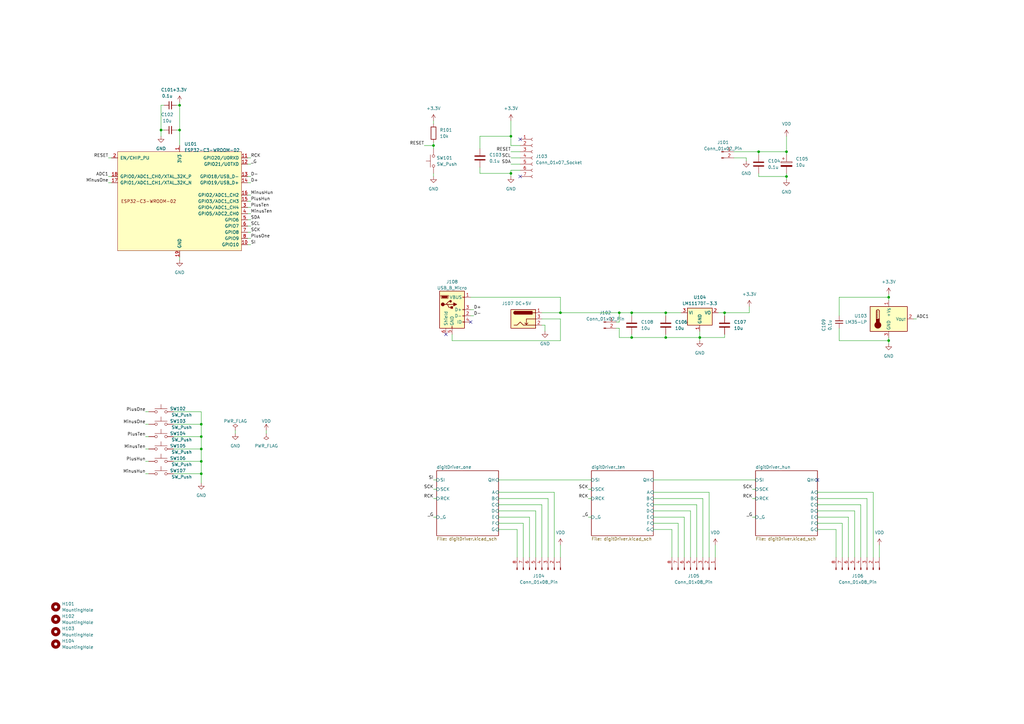
<source format=kicad_sch>
(kicad_sch (version 20230121) (generator eeschema)
  (paper "A3")
  (lib_symbols
    (symbol "Connector:Barrel_Jack_Switch" (pin_names hide)
      (property "Reference" "J" (at 0 5.334 0))
      (property "Value" "Barrel_Jack_Switch" (at 0 -5.08 0))
      (symbol "Barrel_Jack_Switch_0_1"
        (rectangle (start -5.08 3.81) (end 5.08 -3.81) (stroke (width 0.254)) (fill (type background)))
        (arc (start -3.302 3.175) (mid -3.9343 2.54) (end -3.302 1.905) (stroke (width 0.254)))
        (arc (start -3.302 3.175) (mid -3.9343 2.54) (end -3.302 1.905) (stroke (width 0.254)) (fill (type outline)))
        (polyline (pts (xy 1.27 -2.286) (xy 1.905 -1.651)) (stroke (width 0.254)))
        (polyline (pts (xy 5.08 2.54) (xy 3.81 2.54)) (stroke (width 0.254)))
        (polyline (pts (xy 5.08 0) (xy 1.27 0) (xy 1.27 -2.286) (xy 0.635 -1.651)) (stroke (width 0.254)))
        (polyline (pts (xy -3.81 -2.54) (xy -2.54 -2.54) (xy -1.27 -1.27) (xy 0 -2.54) (xy 2.54 -2.54) (xy 5.08 -2.54)) (stroke (width 0.254)))
        (rectangle (start 3.683 3.175) (end -3.302 1.905) (stroke (width 0.254)) (fill (type outline)))
      )
      (symbol "Barrel_Jack_Switch_1_1"
        (pin passive line (at 7.62 2.54 180) (length 2.54) (name "~") (number "1"))
        (pin passive line (at 7.62 -2.54 180) (length 2.54) (name "~") (number "2"))
        (pin passive line (at 7.62 0 180) (length 2.54) (name "~") (number "3"))
      )
    )
    (symbol "Connector:Conn_01x02_Pin" (pin_names (offset 1.016) hide)
      (property "Reference" "J" (at 0 2.54 0))
      (property "Value" "Conn_01x02_Pin" (at 0 -5.08 0))
      (symbol "Conn_01x02_Pin_1_1"
        (polyline (pts (xy 1.27 -2.54) (xy 0.8636 -2.54)) (stroke (width 0.1524)))
        (polyline (pts (xy 1.27 0) (xy 0.8636 0)) (stroke (width 0.1524)))
        (rectangle (start 0.8636 -2.413) (end 0 -2.667) (stroke (width 0.1524)) (fill (type outline)))
        (rectangle (start 0.8636 0.127) (end 0 -0.127) (stroke (width 0.1524)) (fill (type outline)))
        (pin passive line (at 5.08 0 180) (length 3.81) (name "Pin_1") (number "1"))
        (pin passive line (at 5.08 -2.54 180) (length 3.81) (name "Pin_2") (number "2"))
      )
    )
    (symbol "Connector:Conn_01x07_Socket" (pin_names (offset 1.016) hide)
      (property "Reference" "J" (at 0 10.16 0))
      (property "Value" "Conn_01x07_Socket" (at 0 -10.16 0))
      (symbol "Conn_01x07_Socket_1_1"
        (arc (start 0 -7.112) (mid -0.5058 -7.62) (end 0 -8.128) (stroke (width 0.1524)))
        (arc (start 0 -4.572) (mid -0.5058 -5.08) (end 0 -5.588) (stroke (width 0.1524)))
        (arc (start 0 -2.032) (mid -0.5058 -2.54) (end 0 -3.048) (stroke (width 0.1524)))
        (polyline (pts (xy -1.27 -7.62) (xy -0.508 -7.62)) (stroke (width 0.1524)))
        (polyline (pts (xy -1.27 -5.08) (xy -0.508 -5.08)) (stroke (width 0.1524)))
        (polyline (pts (xy -1.27 -2.54) (xy -0.508 -2.54)) (stroke (width 0.1524)))
        (polyline (pts (xy -1.27 0) (xy -0.508 0)) (stroke (width 0.1524)))
        (polyline (pts (xy -1.27 2.54) (xy -0.508 2.54)) (stroke (width 0.1524)))
        (polyline (pts (xy -1.27 5.08) (xy -0.508 5.08)) (stroke (width 0.1524)))
        (polyline (pts (xy -1.27 7.62) (xy -0.508 7.62)) (stroke (width 0.1524)))
        (arc (start 0 0.508) (mid -0.5058 0) (end 0 -0.508) (stroke (width 0.1524)))
        (arc (start 0 3.048) (mid -0.5058 2.54) (end 0 2.032) (stroke (width 0.1524)))
        (arc (start 0 5.588) (mid -0.5058 5.08) (end 0 4.572) (stroke (width 0.1524)))
        (arc (start 0 8.128) (mid -0.5058 7.62) (end 0 7.112) (stroke (width 0.1524)))
        (pin passive line (at -5.08 7.62 0) (length 3.81) (name "Pin_1") (number "1"))
        (pin passive line (at -5.08 5.08 0) (length 3.81) (name "Pin_2") (number "2"))
        (pin passive line (at -5.08 2.54 0) (length 3.81) (name "Pin_3") (number "3"))
        (pin passive line (at -5.08 0 0) (length 3.81) (name "Pin_4") (number "4"))
        (pin passive line (at -5.08 -2.54 0) (length 3.81) (name "Pin_5") (number "5"))
        (pin passive line (at -5.08 -5.08 0) (length 3.81) (name "Pin_6") (number "6"))
        (pin passive line (at -5.08 -7.62 0) (length 3.81) (name "Pin_7") (number "7"))
      )
    )
    (symbol "Connector:Conn_01x08_Pin" (pin_names (offset 1.016) hide)
      (property "Reference" "J" (at 0 10.16 0))
      (property "Value" "Conn_01x08_Pin" (at 0 -12.7 0))
      (symbol "Conn_01x08_Pin_1_1"
        (polyline (pts (xy 1.27 -10.16) (xy 0.8636 -10.16)) (stroke (width 0.1524)))
        (polyline (pts (xy 1.27 -7.62) (xy 0.8636 -7.62)) (stroke (width 0.1524)))
        (polyline (pts (xy 1.27 -5.08) (xy 0.8636 -5.08)) (stroke (width 0.1524)))
        (polyline (pts (xy 1.27 -2.54) (xy 0.8636 -2.54)) (stroke (width 0.1524)))
        (polyline (pts (xy 1.27 0) (xy 0.8636 0)) (stroke (width 0.1524)))
        (polyline (pts (xy 1.27 2.54) (xy 0.8636 2.54)) (stroke (width 0.1524)))
        (polyline (pts (xy 1.27 5.08) (xy 0.8636 5.08)) (stroke (width 0.1524)))
        (polyline (pts (xy 1.27 7.62) (xy 0.8636 7.62)) (stroke (width 0.1524)))
        (rectangle (start 0.8636 -10.033) (end 0 -10.287) (stroke (width 0.1524)) (fill (type outline)))
        (rectangle (start 0.8636 -7.493) (end 0 -7.747) (stroke (width 0.1524)) (fill (type outline)))
        (rectangle (start 0.8636 -4.953) (end 0 -5.207) (stroke (width 0.1524)) (fill (type outline)))
        (rectangle (start 0.8636 -2.413) (end 0 -2.667) (stroke (width 0.1524)) (fill (type outline)))
        (rectangle (start 0.8636 0.127) (end 0 -0.127) (stroke (width 0.1524)) (fill (type outline)))
        (rectangle (start 0.8636 2.667) (end 0 2.413) (stroke (width 0.1524)) (fill (type outline)))
        (rectangle (start 0.8636 5.207) (end 0 4.953) (stroke (width 0.1524)) (fill (type outline)))
        (rectangle (start 0.8636 7.747) (end 0 7.493) (stroke (width 0.1524)) (fill (type outline)))
        (pin passive line (at 5.08 7.62 180) (length 3.81) (name "Pin_1") (number "1"))
        (pin passive line (at 5.08 5.08 180) (length 3.81) (name "Pin_2") (number "2"))
        (pin passive line (at 5.08 2.54 180) (length 3.81) (name "Pin_3") (number "3"))
        (pin passive line (at 5.08 0 180) (length 3.81) (name "Pin_4") (number "4"))
        (pin passive line (at 5.08 -2.54 180) (length 3.81) (name "Pin_5") (number "5"))
        (pin passive line (at 5.08 -5.08 180) (length 3.81) (name "Pin_6") (number "6"))
        (pin passive line (at 5.08 -7.62 180) (length 3.81) (name "Pin_7") (number "7"))
        (pin passive line (at 5.08 -10.16 180) (length 3.81) (name "Pin_8") (number "8"))
      )
    )
    (symbol "Connector:USB_B_Micro" (pin_names (offset 1.016))
      (property "Reference" "J" (at -5.08 11.43 0))
      (property "Value" "USB_B_Micro" (at -5.08 8.89 0))
      (symbol "USB_B_Micro_0_1"
        (rectangle (start -5.08 -7.62) (end 5.08 7.62) (stroke (width 0.254)) (fill (type background)))
        (circle (center -3.81 2.159) (radius 0.635) (stroke (width 0.254)) (fill (type outline)))
        (circle (center -0.635 3.429) (radius 0.381) (stroke (width 0.254)) (fill (type outline)))
        (rectangle (start -0.127 -7.62) (end 0.127 -6.858))
        (polyline (pts (xy -1.905 2.159) (xy 0.635 2.159)) (stroke (width 0.254)))
        (polyline (pts (xy -3.175 2.159) (xy -2.54 2.159) (xy -1.27 3.429) (xy -0.635 3.429)) (stroke (width 0.254)))
        (polyline (pts (xy -2.54 2.159) (xy -1.905 2.159) (xy -1.27 0.889) (xy 0 0.889)) (stroke (width 0.254)))
        (polyline (pts (xy 0.635 2.794) (xy 0.635 1.524) (xy 1.905 2.159) (xy 0.635 2.794)) (stroke (width 0.254)) (fill (type outline)))
        (polyline (pts (xy -4.318 5.588) (xy -1.778 5.588) (xy -2.032 4.826) (xy -4.064 4.826) (xy -4.318 5.588)) (fill (type outline)))
        (polyline (pts (xy -4.699 5.842) (xy -4.699 5.588) (xy -4.445 4.826) (xy -4.445 4.572) (xy -1.651 4.572) (xy -1.651 4.826) (xy -1.397 5.588) (xy -1.397 5.842) (xy -4.699 5.842)))
        (rectangle (start 0.254 1.27) (end -0.508 0.508) (stroke (width 0.254)) (fill (type outline)))
        (rectangle (start 5.08 -5.207) (end 4.318 -4.953))
        (rectangle (start 5.08 -2.667) (end 4.318 -2.413))
        (rectangle (start 5.08 -0.127) (end 4.318 0.127))
        (rectangle (start 5.08 4.953) (end 4.318 5.207))
      )
      (symbol "USB_B_Micro_1_1"
        (pin power_out line (at 7.62 5.08 180) (length 2.54) (name "VBUS") (number "1"))
        (pin bidirectional line (at 7.62 -2.54 180) (length 2.54) (name "D-") (number "2"))
        (pin bidirectional line (at 7.62 0 180) (length 2.54) (name "D+") (number "3"))
        (pin passive line (at 7.62 -5.08 180) (length 2.54) (name "ID") (number "4"))
        (pin power_out line (at 0 -10.16 90) (length 2.54) (name "GND") (number "5"))
        (pin passive line (at -2.54 -10.16 90) (length 2.54) (name "Shield") (number "6"))
      )
    )
    (symbol "Device:C" (pin_numbers hide) (pin_names (offset 0.254))
      (property "Reference" "C" (at 0.635 2.54 0))
      (property "Value" "C" (at 0.635 -2.54 0))
      (symbol "C_0_1"
        (polyline (pts (xy -2.032 -0.762) (xy 2.032 -0.762)) (stroke (width 0.508)))
        (polyline (pts (xy -2.032 0.762) (xy 2.032 0.762)) (stroke (width 0.508)))
      )
      (symbol "C_1_1"
        (pin passive line (at 0 3.81 270) (length 2.794) (name "~") (number "1"))
        (pin passive line (at 0 -3.81 90) (length 2.794) (name "~") (number "2"))
      )
    )
    (symbol "Device:C_Polarized" (pin_numbers hide) (pin_names (offset 0.254))
      (property "Reference" "C" (at 0.635 2.54 0))
      (property "Value" "C_Polarized" (at 0.635 -2.54 0))
      (symbol "C_Polarized_0_1"
        (rectangle (start -2.286 0.508) (end 2.286 1.016))
        (polyline (pts (xy -1.778 2.286) (xy -0.762 2.286)))
        (polyline (pts (xy -1.27 2.794) (xy -1.27 1.778)))
        (rectangle (start 2.286 -0.508) (end -2.286 -1.016) (fill (type outline)))
      )
      (symbol "C_Polarized_1_1"
        (pin passive line (at 0 3.81 270) (length 2.794) (name "~") (number "1"))
        (pin passive line (at 0 -3.81 90) (length 2.794) (name "~") (number "2"))
      )
    )
    (symbol "Device:C_Small" (pin_numbers hide) (pin_names (offset 0.254) hide)
      (property "Reference" "C" (at 0.254 1.778 0))
      (property "Value" "C_Small" (at 0.254 -2.032 0))
      (symbol "C_Small_0_1"
        (polyline (pts (xy -1.524 -0.508) (xy 1.524 -0.508)) (stroke (width 0.3302)))
        (polyline (pts (xy -1.524 0.508) (xy 1.524 0.508)) (stroke (width 0.3048)))
      )
      (symbol "C_Small_1_1"
        (pin passive line (at 0 2.54 270) (length 2.032) (name "~") (number "1"))
        (pin passive line (at 0 -2.54 90) (length 2.032) (name "~") (number "2"))
      )
    )
    (symbol "Device:R" (pin_numbers hide) (pin_names (offset 0))
      (property "Reference" "R" (at 2.032 0 90))
      (property "Value" "R" (at 0 0 90))
      (symbol "R_0_1"
        (rectangle (start -1.016 -2.54) (end 1.016 2.54) (stroke (width 0.254)))
      )
      (symbol "R_1_1"
        (pin passive line (at 0 3.81 270) (length 1.27) (name "~") (number "1"))
        (pin passive line (at 0 -3.81 90) (length 1.27) (name "~") (number "2"))
      )
    )
    (symbol "Espressif:ESP32-C3-WROOM-02" (pin_names (offset 1.016))
      (property "Reference" "U" (at -25.4 25.4 0))
      (property "Value" "ESP32-C3-WROOM-02" (at -25.4 22.86 0))
      (symbol "ESP32-C3-WROOM-02_0_0"
        (text "ESP32-C3-WROOM-02" (at -12.7 0 0) (effects (font (size 1.27 1.27))))
      )
      (symbol "ESP32-C3-WROOM-02_0_1"
        (rectangle (start 25.4 20.32) (end -25.4 -20.32) (fill (type background)))
      )
      (symbol "ESP32-C3-WROOM-02_1_1"
        (pin power_in line (at 0 22.86 270) (length 2.54) (name "3V3") (number "1"))
        (pin bidirectional line (at 27.94 -17.78 180) (length 2.54) (name "GPIO10") (number "10"))
        (pin bidirectional line (at 27.94 17.78 180) (length 2.54) (name "GPIO20/U0RXD") (number "11"))
        (pin bidirectional line (at 27.94 15.24 180) (length 2.54) (name "GPIO21/U0TXD") (number "12"))
        (pin bidirectional line (at 27.94 10.16 180) (length 2.54) (name "GPIO18/USB_D-") (number "13"))
        (pin bidirectional line (at 27.94 7.62 180) (length 2.54) (name "GPIO19/USB_D+") (number "14"))
        (pin bidirectional line (at 27.94 0 180) (length 2.54) (name "GPIO3/ADC1_CH3") (number "15"))
        (pin bidirectional line (at 27.94 2.54 180) (length 2.54) (name "GPIO2/ADC1_CH2") (number "16"))
        (pin bidirectional line (at -27.94 7.62 0) (length 2.54) (name "GPIO1/ADC1_CH1/XTAL_32K_N") (number "17"))
        (pin bidirectional line (at -27.94 10.16 0) (length 2.54) (name "GPIO0/ADC1_CH0/XTAL_32K_P") (number "18"))
        (pin power_in line (at 0 -22.86 90) (length 2.54) (name "GND") (number "19"))
        (pin input line (at -27.94 17.78 0) (length 2.54) (name "EN/CHIP_PU") (number "2"))
        (pin bidirectional line (at 27.94 -2.54 180) (length 2.54) (name "GPIO4/ADC1_CH4") (number "3"))
        (pin bidirectional line (at 27.94 -5.08 180) (length 2.54) (name "GPIO5/ADC2_CH0") (number "4"))
        (pin bidirectional line (at 27.94 -7.62 180) (length 2.54) (name "GPIO6") (number "5"))
        (pin bidirectional line (at 27.94 -10.16 180) (length 2.54) (name "GPIO7") (number "6"))
        (pin bidirectional line (at 27.94 -12.7 180) (length 2.54) (name "GPIO8") (number "7"))
        (pin bidirectional line (at 27.94 -15.24 180) (length 2.54) (name "GPIO9") (number "8"))
        (pin passive line (at 0 -22.86 90) (length 2.54) hide (name "GND") (number "9"))
      )
    )
    (symbol "Mechanical:MountingHole" (pin_names (offset 1.016))
      (property "Reference" "H" (at 0 5.08 0))
      (property "Value" "MountingHole" (at 0 3.175 0))
      (symbol "MountingHole_0_1"
        (circle (center 0 0) (radius 1.27) (stroke (width 1.27)))
      )
    )
    (symbol "Regulator_Linear:LM1117DT-3.3"
      (property "Reference" "U" (at -3.81 3.175 0))
      (property "Value" "LM1117DT-3.3" (at 0 3.175 0))
      (symbol "LM1117DT-3.3_0_1"
        (rectangle (start -5.08 -5.08) (end 5.08 1.905) (stroke (width 0.254)) (fill (type background)))
      )
      (symbol "LM1117DT-3.3_1_1"
        (pin power_in line (at 0 -7.62 90) (length 2.54) (name "GND") (number "1"))
        (pin power_out line (at 7.62 0 180) (length 2.54) (name "VO") (number "2"))
        (pin power_in line (at -7.62 0 0) (length 2.54) (name "VI") (number "3"))
      )
    )
    (symbol "Sensor_Temperature:LM35-LP"
      (property "Reference" "U" (at -6.35 6.35 0))
      (property "Value" "LM35-LP" (at 1.27 6.35 0))
      (symbol "LM35-LP_0_1"
        (rectangle (start -7.62 5.08) (end 7.62 -5.08) (stroke (width 0.254)) (fill (type background)))
        (circle (center -4.445 -2.54) (radius 1.27) (stroke (width 0.254)) (fill (type outline)))
        (rectangle (start -3.81 -1.905) (end -5.08 0) (stroke (width 0.254)) (fill (type outline)))
        (arc (start -3.81 3.175) (mid -4.445 3.8073) (end -5.08 3.175) (stroke (width 0.254)))
        (polyline (pts (xy -5.08 0.635) (xy -4.445 0.635)) (stroke (width 0.254)))
        (polyline (pts (xy -5.08 1.27) (xy -4.445 1.27)) (stroke (width 0.254)))
        (polyline (pts (xy -5.08 1.905) (xy -4.445 1.905)) (stroke (width 0.254)))
        (polyline (pts (xy -5.08 2.54) (xy -4.445 2.54)) (stroke (width 0.254)))
        (polyline (pts (xy -5.08 3.175) (xy -5.08 0)) (stroke (width 0.254)))
        (polyline (pts (xy -5.08 3.175) (xy -4.445 3.175)) (stroke (width 0.254)))
        (polyline (pts (xy -3.81 3.175) (xy -3.81 0)) (stroke (width 0.254)))
      )
      (symbol "LM35-LP_1_1"
        (pin power_in line (at 0 7.62 270) (length 2.54) (name "+V_{S}") (number "1"))
        (pin output line (at 10.16 0 180) (length 2.54) (name "V_{OUT}") (number "2"))
        (pin power_in line (at 0 -7.62 90) (length 2.54) (name "GND") (number "3"))
      )
    )
    (symbol "Switch:SW_Push" (pin_numbers hide) (pin_names (offset 1.016) hide)
      (property "Reference" "SW" (at 1.27 2.54 0))
      (property "Value" "SW_Push" (at 0 -1.524 0))
      (symbol "SW_Push_0_1"
        (circle (center -2.032 0) (radius 0.508))
        (polyline (pts (xy 0 1.27) (xy 0 3.048)))
        (polyline (pts (xy 2.54 1.27) (xy -2.54 1.27)))
        (circle (center 2.032 0) (radius 0.508))
        (pin passive line (at -5.08 0 0) (length 2.54) (name "1") (number "1"))
        (pin passive line (at 5.08 0 180) (length 2.54) (name "2") (number "2"))
      )
    )
    (symbol "power:+3.3V" (power) (pin_names (offset 0))
      (property "Value" "+3.3V" (at 0 3.556 0))
      (symbol "+3.3V_0_1"
        (polyline (pts (xy -0.762 1.27) (xy 0 2.54)))
        (polyline (pts (xy 0 0) (xy 0 2.54)))
        (polyline (pts (xy 0 2.54) (xy 0.762 1.27)))
      )
      (symbol "+3.3V_1_1"
        (pin power_in line (at 0 0 90) (length 0) hide (name "+3.3V") (number "1"))
      )
    )
    (symbol "power:GND" (power) (pin_names (offset 0))
      (property "Value" "GND" (at 0 -3.81 0))
      (symbol "GND_0_1"
        (polyline (pts (xy 0 0) (xy 0 -1.27) (xy 1.27 -1.27) (xy 0 -2.54) (xy -1.27 -1.27) (xy 0 -1.27)))
      )
      (symbol "GND_1_1"
        (pin power_in line (at 0 0 270) (length 0) hide (name "GND") (number "1"))
      )
    )
    (symbol "power:PWR_FLAG" (power) (pin_numbers hide) (pin_names (offset 0) hide)
      (property "Value" "PWR_FLAG" (at 0 3.81 0))
      (symbol "PWR_FLAG_0_0"
        (pin power_out line (at 0 0 90) (length 0) (name "pwr") (number "1"))
      )
      (symbol "PWR_FLAG_0_1"
        (polyline (pts (xy 0 0) (xy 0 1.27) (xy -1.016 1.905) (xy 0 2.54) (xy 1.016 1.905) (xy 0 1.27)))
      )
    )
    (symbol "power:VDD" (power) (pin_names (offset 0))
      (property "Value" "VDD" (at 0 3.81 0))
      (symbol "VDD_0_1"
        (polyline (pts (xy -0.762 1.27) (xy 0 2.54)))
        (polyline (pts (xy 0 0) (xy 0 2.54)))
        (polyline (pts (xy 0 2.54) (xy 0.762 1.27)))
      )
      (symbol "VDD_1_1"
        (pin power_in line (at 0 0 90) (length 0) hide (name "VDD") (number "1"))
      )
    )
  )
  (junction (at 311.15 62.23))
  (junction (at 259.08 138.43))
  (junction (at 82.55 173.99))
  (junction (at 82.55 189.23))
  (junction (at 82.55 184.15))
  (junction (at 287.02 138.43))
  (junction (at 322.58 62.23))
  (junction (at 297.18 128.27))
  (junction (at 73.66 43.18))
  (junction (at 273.05 128.27))
  (junction (at 82.55 194.31))
  (junction (at 322.58 72.39))
  (junction (at 209.55 55.88))
  (junction (at 73.66 53.34))
  (junction (at 177.8 59.69))
  (junction (at 254 128.27))
  (junction (at 273.05 138.43))
  (junction (at 66.04 53.34))
  (junction (at 364.49 139.7))
  (junction (at 82.55 179.07))
  (junction (at 209.55 71.12))
  (junction (at 259.08 128.27))
  (junction (at 364.49 121.92))
  (junction (at 229.87 128.27))
  (no_connect (at 182.88 137.16))
  (no_connect (at 213.36 72.39))
  (no_connect (at 335.28 196.85))
  (no_connect (at 213.36 57.15))
  (no_connect (at 193.04 132.08))
  (wire (pts (xy 209.55 69.85) (xy 213.36 69.85)))
  (wire (pts (xy 306.07 66.04) (xy 306.07 64.77)))
  (wire (pts (xy 229.87 223.52) (xy 229.87 228.6)))
  (wire (pts (xy 101.6 64.77) (xy 102.87 64.77)))
  (wire (pts (xy 209.55 55.88) (xy 209.55 59.69)))
  (wire (pts (xy 193.04 127) (xy 194.31 127)))
  (wire (pts (xy 59.69 184.15) (xy 60.96 184.15)))
  (wire (pts (xy 219.71 228.6) (xy 219.71 209.55)))
  (wire (pts (xy 335.28 207.01) (xy 353.06 207.01)))
  (wire (pts (xy 66.04 53.34) (xy 66.04 55.88)))
  (wire (pts (xy 308.61 204.47) (xy 309.88 204.47)))
  (wire (pts (xy 82.55 189.23) (xy 71.12 189.23)))
  (wire (pts (xy 267.97 196.85) (xy 309.88 196.85)))
  (wire (pts (xy 185.42 137.16) (xy 185.42 139.7)))
  (wire (pts (xy 204.47 196.85) (xy 242.57 196.85)))
  (wire (pts (xy 297.18 138.43) (xy 297.18 137.16)))
  (wire (pts (xy 229.87 121.92) (xy 193.04 121.92)))
  (wire (pts (xy 227.33 201.93) (xy 227.33 228.6)))
  (wire (pts (xy 82.55 184.15) (xy 82.55 179.07)))
  (wire (pts (xy 96.52 176.53) (xy 96.52 177.8)))
  (wire (pts (xy 204.47 214.63) (xy 214.63 214.63)))
  (wire (pts (xy 219.71 209.55) (xy 204.47 209.55)))
  (wire (pts (xy 364.49 138.43) (xy 364.49 139.7)))
  (wire (pts (xy 101.6 100.33) (xy 102.87 100.33)))
  (wire (pts (xy 209.55 59.69) (xy 213.36 59.69)))
  (wire (pts (xy 217.17 212.09) (xy 217.17 228.6)))
  (wire (pts (xy 177.8 71.12) (xy 177.8 72.39)))
  (wire (pts (xy 311.15 62.23) (xy 322.58 62.23)))
  (wire (pts (xy 322.58 72.39) (xy 311.15 72.39)))
  (wire (pts (xy 267.97 214.63) (xy 278.13 214.63)))
  (wire (pts (xy 308.61 212.09) (xy 309.88 212.09)))
  (wire (pts (xy 364.49 121.92) (xy 364.49 123.19)))
  (wire (pts (xy 204.47 212.09) (xy 217.17 212.09)))
  (wire (pts (xy 335.28 201.93) (xy 358.14 201.93)))
  (wire (pts (xy 287.02 138.43) (xy 287.02 139.7)))
  (wire (pts (xy 101.6 74.93) (xy 102.87 74.93)))
  (wire (pts (xy 177.8 58.42) (xy 177.8 59.69)))
  (wire (pts (xy 322.58 62.23) (xy 322.58 63.5)))
  (wire (pts (xy 82.55 173.99) (xy 82.55 168.91)))
  (wire (pts (xy 350.52 209.55) (xy 335.28 209.55)))
  (wire (pts (xy 101.6 80.01) (xy 102.87 80.01)))
  (wire (pts (xy 177.8 204.47) (xy 179.07 204.47)))
  (wire (pts (xy 209.55 72.39) (xy 209.55 71.12)))
  (wire (pts (xy 72.39 43.18) (xy 73.66 43.18)))
  (wire (pts (xy 209.55 67.31) (xy 213.36 67.31)))
  (wire (pts (xy 267.97 217.17) (xy 275.59 217.17)))
  (wire (pts (xy 177.8 212.09) (xy 179.07 212.09)))
  (wire (pts (xy 273.05 128.27) (xy 279.4 128.27)))
  (wire (pts (xy 267.97 212.09) (xy 280.67 212.09)))
  (wire (pts (xy 101.6 67.31) (xy 102.87 67.31)))
  (wire (pts (xy 252.73 132.08) (xy 254 132.08)))
  (wire (pts (xy 273.05 128.27) (xy 273.05 129.54)))
  (wire (pts (xy 241.3 200.66) (xy 242.57 200.66)))
  (wire (pts (xy 82.55 198.12) (xy 82.55 194.31)))
  (wire (pts (xy 44.45 64.77) (xy 45.72 64.77)))
  (wire (pts (xy 254 132.08) (xy 254 128.27)))
  (wire (pts (xy 285.75 207.01) (xy 285.75 228.6)))
  (wire (pts (xy 273.05 137.16) (xy 273.05 138.43)))
  (wire (pts (xy 101.6 82.55) (xy 102.87 82.55)))
  (wire (pts (xy 229.87 128.27) (xy 229.87 121.92)))
  (wire (pts (xy 196.85 71.12) (xy 209.55 71.12)))
  (wire (pts (xy 288.29 228.6) (xy 288.29 204.47)))
  (wire (pts (xy 82.55 184.15) (xy 82.55 189.23)))
  (wire (pts (xy 275.59 217.17) (xy 275.59 228.6)))
  (wire (pts (xy 101.6 97.79) (xy 102.87 97.79)))
  (wire (pts (xy 360.68 223.52) (xy 360.68 228.6)))
  (wire (pts (xy 214.63 228.6) (xy 214.63 214.63)))
  (wire (pts (xy 278.13 228.6) (xy 278.13 214.63)))
  (wire (pts (xy 73.66 43.18) (xy 73.66 53.34)))
  (wire (pts (xy 44.45 72.39) (xy 45.72 72.39)))
  (wire (pts (xy 290.83 201.93) (xy 290.83 228.6)))
  (wire (pts (xy 297.18 128.27) (xy 297.18 129.54)))
  (wire (pts (xy 283.21 209.55) (xy 267.97 209.55)))
  (wire (pts (xy 267.97 204.47) (xy 288.29 204.47)))
  (wire (pts (xy 311.15 62.23) (xy 311.15 63.5)))
  (wire (pts (xy 193.04 129.54) (xy 194.31 129.54)))
  (wire (pts (xy 364.49 139.7) (xy 364.49 140.97)))
  (wire (pts (xy 254 138.43) (xy 259.08 138.43)))
  (wire (pts (xy 212.09 217.17) (xy 212.09 228.6)))
  (wire (pts (xy 209.55 49.53) (xy 209.55 55.88)))
  (wire (pts (xy 293.37 223.52) (xy 293.37 228.6)))
  (wire (pts (xy 59.69 194.31) (xy 60.96 194.31)))
  (wire (pts (xy 335.28 217.17) (xy 342.9 217.17)))
  (wire (pts (xy 259.08 128.27) (xy 259.08 129.54)))
  (wire (pts (xy 67.31 43.18) (xy 66.04 43.18)))
  (wire (pts (xy 241.3 212.09) (xy 242.57 212.09)))
  (wire (pts (xy 71.12 173.99) (xy 82.55 173.99)))
  (wire (pts (xy 322.58 62.23) (xy 322.58 55.88)))
  (wire (pts (xy 73.66 53.34) (xy 73.66 59.69)))
  (wire (pts (xy 209.55 62.23) (xy 213.36 62.23)))
  (wire (pts (xy 177.8 59.69) (xy 177.8 60.96)))
  (wire (pts (xy 185.42 139.7) (xy 229.87 139.7)))
  (wire (pts (xy 204.47 207.01) (xy 222.25 207.01)))
  (wire (pts (xy 222.25 133.35) (xy 223.52 133.35)))
  (wire (pts (xy 259.08 128.27) (xy 273.05 128.27)))
  (wire (pts (xy 177.8 49.53) (xy 177.8 50.8)))
  (wire (pts (xy 342.9 217.17) (xy 342.9 228.6)))
  (wire (pts (xy 344.17 129.54) (xy 344.17 121.92)))
  (wire (pts (xy 222.25 128.27) (xy 229.87 128.27)))
  (wire (pts (xy 267.97 201.93) (xy 290.83 201.93)))
  (wire (pts (xy 173.99 59.69) (xy 177.8 59.69)))
  (wire (pts (xy 59.69 179.07) (xy 60.96 179.07)))
  (wire (pts (xy 254 128.27) (xy 259.08 128.27)))
  (wire (pts (xy 82.55 179.07) (xy 71.12 179.07)))
  (wire (pts (xy 355.6 228.6) (xy 355.6 204.47)))
  (wire (pts (xy 280.67 212.09) (xy 280.67 228.6)))
  (wire (pts (xy 196.85 60.96) (xy 196.85 55.88)))
  (wire (pts (xy 300.99 62.23) (xy 311.15 62.23)))
  (wire (pts (xy 307.34 125.73) (xy 307.34 128.27)))
  (wire (pts (xy 259.08 137.16) (xy 259.08 138.43)))
  (wire (pts (xy 101.6 90.17) (xy 102.87 90.17)))
  (wire (pts (xy 82.55 194.31) (xy 82.55 189.23)))
  (wire (pts (xy 300.99 64.77) (xy 306.07 64.77)))
  (wire (pts (xy 44.45 74.93) (xy 45.72 74.93)))
  (wire (pts (xy 73.66 41.91) (xy 73.66 43.18)))
  (wire (pts (xy 254 134.62) (xy 254 138.43)))
  (wire (pts (xy 335.28 204.47) (xy 355.6 204.47)))
  (wire (pts (xy 229.87 139.7) (xy 229.87 130.81)))
  (wire (pts (xy 307.34 128.27) (xy 297.18 128.27)))
  (wire (pts (xy 59.69 168.91) (xy 60.96 168.91)))
  (wire (pts (xy 204.47 201.93) (xy 227.33 201.93)))
  (wire (pts (xy 229.87 130.81) (xy 222.25 130.81)))
  (wire (pts (xy 345.44 228.6) (xy 345.44 214.63)))
  (wire (pts (xy 222.25 207.01) (xy 222.25 228.6)))
  (wire (pts (xy 223.52 133.35) (xy 223.52 135.89)))
  (wire (pts (xy 209.55 64.77) (xy 213.36 64.77)))
  (wire (pts (xy 82.55 173.99) (xy 82.55 179.07)))
  (wire (pts (xy 59.69 189.23) (xy 60.96 189.23)))
  (wire (pts (xy 322.58 71.12) (xy 322.58 72.39)))
  (wire (pts (xy 101.6 95.25) (xy 102.87 95.25)))
  (wire (pts (xy 350.52 228.6) (xy 350.52 209.55)))
  (wire (pts (xy 287.02 138.43) (xy 297.18 138.43)))
  (wire (pts (xy 294.64 128.27) (xy 297.18 128.27)))
  (wire (pts (xy 344.17 139.7) (xy 364.49 139.7)))
  (wire (pts (xy 229.87 128.27) (xy 254 128.27)))
  (wire (pts (xy 82.55 168.91) (xy 71.12 168.91)))
  (wire (pts (xy 287.02 135.89) (xy 287.02 138.43)))
  (wire (pts (xy 241.3 204.47) (xy 242.57 204.47)))
  (wire (pts (xy 66.04 43.18) (xy 66.04 53.34)))
  (wire (pts (xy 322.58 72.39) (xy 322.58 73.66)))
  (wire (pts (xy 344.17 121.92) (xy 364.49 121.92)))
  (wire (pts (xy 347.98 212.09) (xy 347.98 228.6)))
  (wire (pts (xy 177.8 196.85) (xy 179.07 196.85)))
  (wire (pts (xy 308.61 200.66) (xy 309.88 200.66)))
  (wire (pts (xy 71.12 184.15) (xy 82.55 184.15)))
  (wire (pts (xy 358.14 201.93) (xy 358.14 228.6)))
  (wire (pts (xy 259.08 138.43) (xy 273.05 138.43)))
  (wire (pts (xy 59.69 173.99) (xy 60.96 173.99)))
  (wire (pts (xy 101.6 72.39) (xy 102.87 72.39)))
  (wire (pts (xy 101.6 87.63) (xy 102.87 87.63)))
  (wire (pts (xy 72.39 53.34) (xy 73.66 53.34)))
  (wire (pts (xy 209.55 71.12) (xy 209.55 69.85)))
  (wire (pts (xy 224.79 228.6) (xy 224.79 204.47)))
  (wire (pts (xy 196.85 68.58) (xy 196.85 71.12)))
  (wire (pts (xy 273.05 138.43) (xy 287.02 138.43)))
  (wire (pts (xy 66.04 53.34) (xy 67.31 53.34)))
  (wire (pts (xy 177.8 200.66) (xy 179.07 200.66)))
  (wire (pts (xy 204.47 204.47) (xy 224.79 204.47)))
  (wire (pts (xy 109.22 176.53) (xy 109.22 177.8)))
  (wire (pts (xy 353.06 207.01) (xy 353.06 228.6)))
  (wire (pts (xy 374.65 130.81) (xy 375.92 130.81)))
  (wire (pts (xy 335.28 212.09) (xy 347.98 212.09)))
  (wire (pts (xy 252.73 134.62) (xy 254 134.62)))
  (wire (pts (xy 73.66 105.41) (xy 73.66 106.68)))
  (wire (pts (xy 204.47 217.17) (xy 212.09 217.17)))
  (wire (pts (xy 101.6 85.09) (xy 102.87 85.09)))
  (wire (pts (xy 364.49 120.65) (xy 364.49 121.92)))
  (wire (pts (xy 344.17 134.62) (xy 344.17 139.7)))
  (wire (pts (xy 335.28 214.63) (xy 345.44 214.63)))
  (wire (pts (xy 283.21 228.6) (xy 283.21 209.55)))
  (wire (pts (xy 267.97 207.01) (xy 285.75 207.01)))
  (wire (pts (xy 196.85 55.88) (xy 209.55 55.88)))
  (wire (pts (xy 311.15 72.39) (xy 311.15 71.12)))
  (wire (pts (xy 101.6 92.71) (xy 102.87 92.71)))
  (wire (pts (xy 82.55 194.31) (xy 71.12 194.31)))
  (label "D+" (at 194.31 127 0))
  (label "RCK" (at 308.61 204.47 180))
  (label "D+" (at 102.87 74.93 0))
  (label "SCL" (at 209.55 64.77 180))
  (label "SI" (at 177.8 196.85 180))
  (label "MinusHun" (at 59.69 194.31 180))
  (label "RESET" (at 44.45 64.77 180))
  (label "PlusHun" (at 59.69 189.23 180))
  (label "D-" (at 102.87 72.39 0))
  (label "MinusOne" (at 59.69 173.99 180))
  (label "SI" (at 102.87 100.33 0))
  (label "RCK" (at 241.3 204.47 180))
  (label "RCK" (at 177.8 204.47 180))
  (label "D-" (at 194.31 129.54 0))
  (label "SCK" (at 241.3 200.66 180))
  (label "ADC1" (at 44.45 72.39 180))
  (label "PlusOne" (at 59.69 168.91 180))
  (label "PlusTen" (at 59.69 179.07 180))
  (label "RESET" (at 173.99 59.69 180))
  (label "RCK" (at 102.87 64.77 0))
  (label "SCK" (at 102.87 95.25 0))
  (label "PlusTen" (at 102.87 85.09 0))
  (label "MinusOne" (at 44.45 74.93 180))
  (label "PlusOne" (at 102.87 97.79 0))
  (label "SCK" (at 308.61 200.66 180))
  (label "MinusTen" (at 59.69 184.15 180))
  (label "_G" (at 177.8 212.09 180))
  (label "MinusHun" (at 102.87 80.01 0))
  (label "SDA" (at 102.87 90.17 0))
  (label "RESET" (at 209.55 62.23 180))
  (label "_G" (at 241.3 212.09 180))
  (label "ADC1" (at 375.92 130.81 0))
  (label "MinusTen" (at 102.87 87.63 0))
  (label "SCK" (at 177.8 200.66 180))
  (label "SDA" (at 209.55 67.31 180))
  (label "PlusHun" (at 102.87 82.55 0))
  (label "SCL" (at 102.87 92.71 0))
  (label "_G" (at 102.87 67.31 0))
  (label "_G" (at 308.61 212.09 180))
  (symbol (lib_id "power:GND") (at 96.52 177.8 0) (unit 1)
    (property "Reference" "#PWR0109" (effects hide))
    (property "Value" "GND" (at 96.52 182.88 0))
  )
  (symbol (lib_id "Switch:SW_Push") (at 66.04 173.99 0) (unit 1)
    (property "Reference" "SW103" (at 76.2 172.72 0) (effects (justify right)))
    (property "Value" "SW_Push" (at 78.74 175.26 0) (effects (justify right)))
    (property "Footprint" "Library:SW_SPST_B3S-1000" (effects hide))
  )
  (symbol (lib_id "Device:R") (at 177.8 54.61 0) (unit 1)
    (property "Reference" "R101" (at 180.34 53.3399 0) (effects (justify left)))
    (property "Value" "10k" (at 180.34 55.8799 0) (effects (justify left)))
    (property "Footprint" "Resistor_SMD:R_0603_1608Metric" (effects hide))
  )
  (symbol (lib_id "Regulator_Linear:LM1117DT-3.3") (at 287.02 128.27 0) (unit 1)
    (property "Reference" "U104" (at 287.02 121.92 0))
    (property "Value" "LM1117DT-3.3" (at 287.02 124.46 0))
    (property "Footprint" "Package_TO_SOT_SMD:SOT-223-3_TabPin2" (effects hide))
    (property "Datasheet" "http://www.ti.com/lit/ds/symlink/lm1117.pdf" (effects hide))
  )
  (symbol (lib_id "power:GND") (at 364.49 140.97 0) (unit 1)
    (property "Reference" "#PWR0125" (effects hide))
    (property "Value" "GND" (at 364.49 146.05 0))
  )
  (symbol (lib_id "power:GND") (at 223.52 135.89 0) (unit 1)
    (property "Reference" "#PWR0108" (effects hide))
    (property "Value" "GND" (at 223.52 140.97 0))
  )
  (symbol (lib_id "Switch:SW_Push") (at 177.8 66.04 90) (unit 1)
    (property "Reference" "SW101" (at 179.07 64.7699 90) (effects (justify right)))
    (property "Value" "SW_Push" (at 179.07 67.3099 90) (effects (justify right)))
    (property "Footprint" "Library:SW_SPST_B3S-1000" (effects hide))
  )
  (symbol (lib_id "power:GND") (at 177.8 72.39 0) (unit 1)
    (property "Reference" "#PWR0105" (effects hide))
    (property "Value" "GND" (at 177.8 77.47 0))
  )
  (symbol (lib_id "Switch:SW_Push") (at 66.04 189.23 0) (unit 1)
    (property "Reference" "SW106" (at 76.2 187.96 0) (effects (justify right)))
    (property "Value" "SW_Push" (at 78.74 190.5 0) (effects (justify right)))
    (property "Footprint" "Library:SW_SPST_B3S-1000" (effects hide))
  )
  (symbol (lib_id "power:+3.3V") (at 73.66 41.91 0) (unit 1)
    (property "Reference" "#PWR0102" (effects hide))
    (property "Value" "+3.3V" (at 73.66 36.83 0))
  )
  (symbol (lib_id "Device:C_Small") (at 344.17 132.08 180) (unit 1)
    (property "Reference" "C109" (at 337.82 133.35 90))
    (property "Value" "0.1u" (at 340.36 133.35 90))
    (property "Footprint" "Capacitor_SMD:C_0603_1608Metric" (effects hide))
  )
  (symbol (lib_id "Connector:Conn_01x02_Pin") (at 247.65 132.08 0) (unit 1)
    (property "Reference" "J102" (at 248.285 128.27 0))
    (property "Value" "Conn_01x02_Pin" (at 248.285 130.81 0))
    (property "Footprint" "Connector_JST:JST_XH_B2B-XH-A_1x02_P2.50mm_Vertical" (effects hide))
  )
  (symbol (lib_id "power:+3.3V") (at 364.49 120.65 0) (unit 1)
    (property "Reference" "#PWR0123" (effects hide))
    (property "Value" "+3.3V" (at 364.49 115.57 0))
  )
  (symbol (lib_id "Device:C") (at 196.85 64.77 0) (unit 1)
    (property "Reference" "C103" (at 200.66 63.4999 0) (effects (justify left)))
    (property "Value" "0.1u" (at 200.66 66.0399 0) (effects (justify left)))
    (property "Footprint" "Capacitor_SMD:C_0603_1608Metric" (effects hide))
  )
  (symbol (lib_id "Mechanical:MountingHole") (at 22.86 248.92 0) (unit 1)
    (property "Reference" "H101" (at 25.4 247.6499 0) (effects (justify left)))
    (property "Value" "MountingHole" (at 25.4 250.1899 0) (effects (justify left)))
    (property "Footprint" "MountingHole:MountingHole_3.2mm_M3" (effects hide))
  )
  (symbol (lib_id "Connector:Conn_01x02_Pin") (at 295.91 62.23 0) (unit 1)
    (property "Reference" "J101" (at 296.545 58.42 0))
    (property "Value" "Conn_01x02_Pin" (at 296.545 60.96 0))
    (property "Footprint" "Connector_JST:JST_VH_B2P-VH_1x02_P3.96mm_Vertical" (effects hide))
  )
  (symbol (lib_id "power:VDD") (at 109.22 176.53 0) (unit 1)
    (property "Reference" "#PWR0113" (effects hide))
    (property "Value" "VDD" (at 109.22 172.72 0))
  )
  (symbol (lib_id "power:GND") (at 73.66 106.68 0) (unit 1)
    (property "Reference" "#PWR0103" (effects hide))
    (property "Value" "GND" (at 73.66 111.76 0))
  )
  (symbol (lib_id "power:+3.3V") (at 307.34 125.73 0) (unit 1)
    (property "Reference" "#PWR0117" (effects hide))
    (property "Value" "+3.3V" (at 307.34 120.65 0))
  )
  (symbol (lib_id "power:GND") (at 66.04 55.88 0) (unit 1)
    (property "Reference" "#PWR0101" (effects hide))
    (property "Value" "GND" (at 66.04 60.96 0))
  )
  (symbol (lib_id "Switch:SW_Push") (at 66.04 168.91 0) (unit 1)
    (property "Reference" "SW102" (at 76.2 167.64 0) (effects (justify right)))
    (property "Value" "SW_Push" (at 78.74 170.18 0) (effects (justify right)))
    (property "Footprint" "Library:SW_SPST_B3S-1000" (effects hide))
  )
  (symbol (lib_id "power:GND") (at 209.55 72.39 0) (unit 1)
    (property "Reference" "#PWR0107" (effects hide))
    (property "Value" "GND" (at 209.55 77.47 0))
  )
  (symbol (lib_id "Mechanical:MountingHole") (at 22.86 264.16 0) (unit 1)
    (property "Reference" "H104" (at 25.4 262.8899 0) (effects (justify left)))
    (property "Value" "MountingHole" (at 25.4 265.4299 0) (effects (justify left)))
    (property "Footprint" "MountingHole:MountingHole_3.2mm_M3" (effects hide))
  )
  (symbol (lib_id "power:GND") (at 306.07 66.04 0) (unit 1)
    (property "Reference" "#PWR0110" (effects hide))
    (property "Value" "GND" (at 306.07 71.12 0))
  )
  (symbol (lib_id "power:PWR_FLAG") (at 109.22 177.8 180) (unit 1)
    (property "Reference" "#FLG0103" (effects hide))
    (property "Value" "PWR_FLAG" (at 109.22 182.88 0))
  )
  (symbol (lib_id "Connector:USB_B_Micro") (at 185.42 127 0) (unit 1)
    (property "Reference" "J108" (at 185.42 115.57 0))
    (property "Value" "USB_B_Micro" (at 185.42 118.11 0))
    (property "Footprint" "footprints:ZX62R-B-5P30" (effects hide))
  )
  (symbol (lib_id "power:+3.3V") (at 177.8 49.53 0) (unit 1)
    (property "Reference" "#PWR0104" (effects hide))
    (property "Value" "+3.3V" (at 177.8 44.45 0))
  )
  (symbol (lib_id "Connector:Conn_01x08_Pin") (at 222.25 233.68 270) (mirror x) (unit 1)
    (property "Reference" "J104" (at 220.98 236.22 90))
    (property "Value" "Conn_01x08_Pin" (at 220.98 238.76 90))
    (property "Footprint" "Connector_JST:JST_VH_B8P-VH_1x08_P3.96mm_Vertical" (effects hide))
  )
  (symbol (lib_id "Device:C") (at 259.08 133.35 0) (unit 1)
    (property "Reference" "C108" (at 262.89 132.0799 0) (effects (justify left)))
    (property "Value" "10u" (at 262.89 134.6199 0) (effects (justify left)))
    (property "Footprint" "Capacitor_SMD:C_0603_1608Metric" (effects hide))
  )
  (symbol (lib_id "power:VDD") (at 293.37 223.52 0) (unit 1)
    (property "Reference" "#PWR0120" (effects hide))
    (property "Value" "VDD" (at 293.37 218.44 0))
  )
  (symbol (lib_id "power:+3.3V") (at 209.55 49.53 0) (unit 1)
    (property "Reference" "#PWR0106" (effects hide))
    (property "Value" "+3.3V" (at 209.55 44.45 0))
  )
  (symbol (lib_id "Switch:SW_Push") (at 66.04 184.15 0) (unit 1)
    (property "Reference" "SW105" (at 76.2 182.88 0) (effects (justify right)))
    (property "Value" "SW_Push" (at 78.74 185.42 0) (effects (justify right)))
    (property "Footprint" "Library:SW_SPST_B3S-1000" (effects hide))
  )
  (symbol (lib_id "Connector:Conn_01x08_Pin") (at 285.75 233.68 270) (mirror x) (unit 1)
    (property "Reference" "J105" (at 284.48 236.22 90))
    (property "Value" "Conn_01x08_Pin" (at 284.48 238.76 90))
    (property "Footprint" "Connector_JST:JST_VH_B8P-VH_1x08_P3.96mm_Vertical" (effects hide))
  )
  (symbol (lib_id "Mechanical:MountingHole") (at 22.86 254 0) (unit 1)
    (property "Reference" "H102" (at 25.4 252.7299 0) (effects (justify left)))
    (property "Value" "MountingHole" (at 25.4 255.2699 0) (effects (justify left)))
    (property "Footprint" "MountingHole:MountingHole_3.2mm_M3" (effects hide))
  )
  (symbol (lib_id "Connector:Conn_01x08_Pin") (at 353.06 233.68 270) (mirror x) (unit 1)
    (property "Reference" "J106" (at 351.79 236.22 90))
    (property "Value" "Conn_01x08_Pin" (at 351.79 238.76 90))
    (property "Footprint" "Connector_JST:JST_VH_B8P-VH_1x08_P3.96mm_Vertical" (effects hide))
  )
  (symbol (lib_id "power:PWR_FLAG") (at 96.52 176.53 0) (unit 1)
    (property "Reference" "#FLG0102" (effects hide))
    (property "Value" "PWR_FLAG" (at 96.52 172.72 0))
  )
  (symbol (lib_id "Connector:Conn_01x07_Socket") (at 218.44 64.77 0) (unit 1)
    (property "Reference" "J103" (at 219.71 64.135 0) (effects (justify left)))
    (property "Value" "Conn_01x07_Socket" (at 219.71 66.675 0) (effects (justify left)))
    (property "Footprint" "Connector_PinSocket_2.54mm:PinSocket_1x07_P2.54mm_Vertical" (effects hide))
  )
  (symbol (lib_id "Switch:SW_Push") (at 66.04 194.31 0) (unit 1)
    (property "Reference" "SW107" (at 76.2 193.04 0) (effects (justify right)))
    (property "Value" "SW_Push" (at 78.74 195.58 0) (effects (justify right)))
    (property "Footprint" "Library:SW_SPST_B3S-1000" (effects hide))
  )
  (symbol (lib_id "Device:C") (at 297.18 133.35 0) (unit 1)
    (property "Reference" "C107" (at 300.99 132.0799 0) (effects (justify left)))
    (property "Value" "10u" (at 300.99 134.6199 0) (effects (justify left)))
    (property "Footprint" "Capacitor_SMD:C_0603_1608Metric" (effects hide))
  )
  (symbol (lib_id "Device:C") (at 311.15 67.31 0) (unit 1)
    (property "Reference" "C104" (at 314.96 66.0399 0) (effects (justify left)))
    (property "Value" "0.1u" (at 314.96 68.5799 0) (effects (justify left)))
    (property "Footprint" "Capacitor_SMD:C_1206_3216Metric" (effects hide))
  )
  (symbol (lib_id "Sensor_Temperature:LM35-LP") (at 364.49 130.81 0) (unit 1)
    (property "Reference" "U103" (at 355.6 129.5399 0) (effects (justify right)))
    (property "Value" "LM35-LP" (at 355.6 132.0799 0) (effects (justify right)))
    (property "Footprint" "Package_TO_SOT_THT:TO-92_Inline" (effects hide))
    (property "Datasheet" "http://www.ti.com/lit/ds/symlink/lm35.pdf" (effects hide))
  )
  (symbol (lib_id "power:GND") (at 82.55 198.12 0) (unit 1)
    (property "Reference" "#PWR0118" (effects hide))
    (property "Value" "GND" (at 82.55 203.2 0))
  )
  (symbol (lib_id "Connector:Barrel_Jack_Switch") (at 214.63 130.81 0) (unit 1)
    (property "Reference" "J107" (at 208.28 124.46 0))
    (property "Value" "DC+5V" (at 214.63 124.46 0))
    (property "Footprint" "Connector_BarrelJack:BarrelJack_CUI_PJ-102AH_Horizontal" (effects hide))
  )
  (symbol (lib_id "Device:C_Small") (at 69.85 53.34 90) (unit 1)
    (property "Reference" "C102" (at 68.58 46.99 90))
    (property "Value" "10u" (at 68.58 49.53 90))
    (property "Footprint" "Capacitor_SMD:C_0603_1608Metric" (effects hide))
  )
  (symbol (lib_id "power:GND") (at 287.02 139.7 0) (unit 1)
    (property "Reference" "#PWR0116" (effects hide))
    (property "Value" "GND" (at 287.02 144.78 0))
  )
  (symbol (lib_id "power:GND") (at 322.58 73.66 0) (unit 1)
    (property "Reference" "#PWR0112" (effects hide))
    (property "Value" "GND" (at 322.58 78.74 0))
  )
  (symbol (lib_id "power:VDD") (at 322.58 55.88 0) (unit 1)
    (property "Reference" "#PWR0111" (effects hide))
    (property "Value" "VDD" (at 322.58 50.8 0))
  )
  (symbol (lib_id "Espressif:ESP32-C3-WROOM-02") (at 73.66 82.55 0) (unit 1)
    (property "Reference" "U101" (at 75.6159 59.055 0) (effects (justify left)))
    (property "Value" "ESP32-C3-WROOM-02" (at 75.6159 61.595 0) (effects (justify left)))
    (property "Footprint" "Espressif:ESP32-C3-WROOM-02" (effects hide))
    (property "Datasheet" "https://www.espressif.com/sites/default/files/documentation/esp32-c3-wroom-02_datasheet_en.pdf" (effects hide))
  )
  (symbol (lib_id "Switch:SW_Push") (at 66.04 179.07 0) (unit 1)
    (property "Reference" "SW104" (at 76.2 177.8 0) (effects (justify right)))
    (property "Value" "SW_Push" (at 78.74 180.34 0) (effects (justify right)))
    (property "Footprint" "Library:SW_SPST_B3S-1000" (effects hide))
  )
  (symbol (lib_id "Device:C") (at 273.05 133.35 0) (unit 1)
    (property "Reference" "C106" (at 276.86 132.0799 0) (effects (justify left)))
    (property "Value" "10u" (at 276.86 134.6199 0) (effects (justify left)))
    (property "Footprint" "Capacitor_SMD:C_0603_1608Metric" (effects hide))
  )
  (symbol (lib_id "power:VDD") (at 360.68 223.52 0) (unit 1)
    (property "Reference" "#PWR0121" (effects hide))
    (property "Value" "VDD" (at 360.68 218.44 0))
  )
  (symbol (lib_id "Mechanical:MountingHole") (at 22.86 259.08 0) (unit 1)
    (property "Reference" "H103" (at 25.4 257.8099 0) (effects (justify left)))
    (property "Value" "MountingHole" (at 25.4 260.3499 0) (effects (justify left)))
    (property "Footprint" "MountingHole:MountingHole_3.2mm_M3" (effects hide))
  )
  (symbol (lib_id "Device:C_Polarized") (at 322.58 67.31 0) (unit 1)
    (property "Reference" "C105" (at 326.39 65.1509 0) (effects (justify left)))
    (property "Value" "10u" (at 326.39 67.6909 0) (effects (justify left)))
    (property "Footprint" "Capacitor_THT:CP_Radial_D10.0mm_P5.00mm" (effects hide))
  )
  (symbol (lib_id "power:VDD") (at 229.87 223.52 0) (unit 1)
    (property "Reference" "#PWR0119" (effects hide))
    (property "Value" "VDD" (at 229.87 218.44 0))
  )
  (symbol (lib_id "Device:C_Small") (at 69.85 43.18 90) (unit 1)
    (property "Reference" "C101" (at 68.58 36.83 90))
    (property "Value" "0.1u" (at 68.58 39.37 90))
    (property "Footprint" "Capacitor_SMD:C_0603_1608Metric" (effects hide))
  )
  (sheet (at 309.88 193.04) (size 25.4 26.67) (stroke (width 0.1524))
    (property "Sheetname" "digitDriver_hun" (at 309.88 192.3284 0) (effects (justify left bottom)))
    (property "Sheetfile" "digitDriver.kicad_sch" (at 309.88 220.2946 0) (effects (justify left top)))
    (pin "QH" input (at 335.28 196.85 0))
    (pin "RCK" input (at 309.88 204.47 180))
    (pin "SCK" input (at 309.88 200.66 180))
    (pin "SI" input (at 309.88 196.85 180))
    (pin "_G" input (at 309.88 212.09 180))
    (pin "A" input (at 335.28 201.93 0))
    (pin "B" input (at 335.28 204.47 0))
    (pin "C" input (at 335.28 207.01 0))
    (pin "D" input (at 335.28 209.55 0))
    (pin "G" input (at 335.28 217.17 0))
    (pin "F" input (at 335.28 214.63 0))
    (pin "E" input (at 335.28 212.09 0))
  )
  (sheet (at 242.57 193.04) (size 25.4 26.67) (stroke (width 0.1524))
    (property "Sheetname" "digitDriver_ten" (at 242.57 192.3284 0) (effects (justify left bottom)))
    (property "Sheetfile" "digitDriver.kicad_sch" (at 242.57 220.2946 0) (effects (justify left top)))
    (pin "QH" input (at 267.97 196.85 0))
    (pin "RCK" input (at 242.57 204.47 180))
    (pin "SCK" input (at 242.57 200.66 180))
    (pin "SI" input (at 242.57 196.85 180))
    (pin "_G" input (at 242.57 212.09 180))
    (pin "A" input (at 267.97 201.93 0))
    (pin "B" input (at 267.97 204.47 0))
    (pin "C" input (at 267.97 207.01 0))
    (pin "D" input (at 267.97 209.55 0))
    (pin "G" input (at 267.97 217.17 0))
    (pin "F" input (at 267.97 214.63 0))
    (pin "E" input (at 267.97 212.09 0))
  )
  (sheet (at 179.07 193.04) (size 25.4 26.67) (stroke (width 0.1524))
    (property "Sheetname" "digitDriver_one" (at 179.07 192.3284 0) (effects (justify left bottom)))
    (property "Sheetfile" "digitDriver.kicad_sch" (at 179.07 220.2946 0) (effects (justify left top)))
    (pin "QH" input (at 204.47 196.85 0))
    (pin "RCK" input (at 179.07 204.47 180))
    (pin "SCK" input (at 179.07 200.66 180))
    (pin "SI" input (at 179.07 196.85 180))
    (pin "_G" input (at 179.07 212.09 180))
    (pin "A" input (at 204.47 201.93 0))
    (pin "B" input (at 204.47 204.47 0))
    (pin "C" input (at 204.47 207.01 0))
    (pin "D" input (at 204.47 209.55 0))
    (pin "G" input (at 204.47 217.17 0))
    (pin "F" input (at 204.47 214.63 0))
    (pin "E" input (at 204.47 212.09 0))
  )
)
</source>
